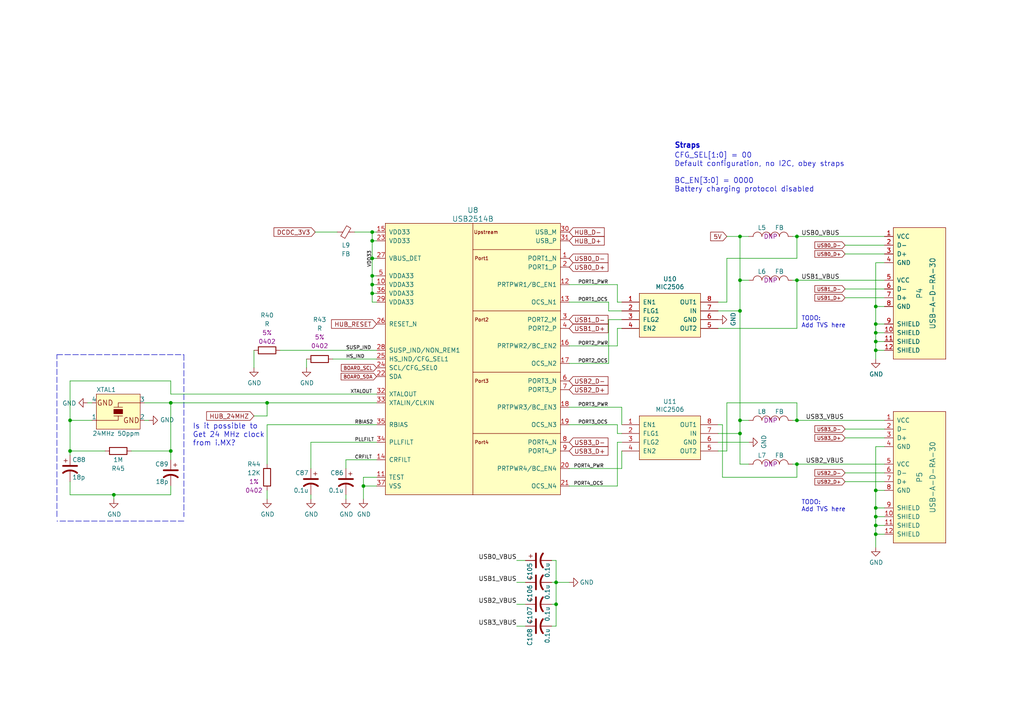
<source format=kicad_sch>
(kicad_sch (version 20211123) (generator eeschema)
  (paper "A4")
  (lib_symbols
    (symbol "Device:Ferrite_Bead_Small" (pin_numbers hide) (pin_names (offset 0))
      (property "Reference" "FB" (at 1.905 1.27 0))
      (property "Value" "Device_Ferrite_Bead_Small" (at 1.905 -1.27 0))
      (symbol "Ferrite_Bead_Small_0_1"
        (polyline (pts (xy 0 -1.27) (xy 0 -0.7874)))
        (polyline (pts (xy 0 0.889) (xy 0 1.2954)))
        (polyline (pts (xy -1.8288 0.2794) (xy -1.1176 1.4986) (xy 1.8288 -0.2032) (xy 1.1176 -1.4224) (xy -1.8288 0.2794)))
      )
      (symbol "Ferrite_Bead_Small_1_1"
        (pin passive line (at 0 2.54 270) (length 1.27) (name "~") (number "1"))
        (pin passive line (at 0 -2.54 90) (length 1.27) (name "~") (number "2"))
      )
    )
    (symbol "Device:R" (pin_numbers hide) (pin_names (offset 0))
      (property "Reference" "R" (at 2.032 0 90))
      (property "Value" "R" (at 0 0 90))
      (symbol "R_0_1"
        (rectangle (start -1.016 -2.54) (end 1.016 2.54) (stroke (width 0.254)))
      )
      (symbol "R_1_1"
        (pin passive line (at 0 3.81 270) (length 1.27) (name "~") (number "1"))
        (pin passive line (at 0 -3.81 90) (length 1.27) (name "~") (number "2"))
      )
    )
    (symbol "custom_components:MIC2506" (pin_names (offset 1.016))
      (property "Reference" "U" (at 0 0 0))
      (property "Value" "MIC2506" (at 0 0 0))
      (symbol "MIC2506_0_1"
        (rectangle (start -8.89 -1.27) (end 8.89 -13.97) (fill (type background)))
      )
      (symbol "MIC2506_1_1"
        (pin input line (at -13.97 -3.81 0) (length 5.08) (name "EN1") (number "1"))
        (pin output line (at -13.97 -6.35 0) (length 5.08) (name "FLG1") (number "2"))
        (pin output line (at -13.97 -8.89 0) (length 5.08) (name "FLG2") (number "3"))
        (pin input line (at -13.97 -11.43 0) (length 5.08) (name "EN2") (number "4"))
        (pin power_out line (at 13.97 -11.43 180) (length 5.08) (name "OUT2") (number "5"))
        (pin power_in line (at 13.97 -8.89 180) (length 5.08) (name "GND") (number "6"))
        (pin power_in line (at 13.97 -6.35 180) (length 5.08) (name "IN") (number "7"))
        (pin power_out line (at 13.97 -3.81 180) (length 5.08) (name "OUT1") (number "8"))
      )
    )
    (symbol "custom_components:USB-A-D-RA-30" (pin_names (offset 1.016))
      (property "Reference" "P" (at 0 0 90))
      (property "Value" "USB-A-D-RA-30" (at 3.81 0 90))
      (symbol "USB-A-D-RA-30_0_1"
        (rectangle (start -7.62 19.05) (end 7.62 -19.05) (fill (type background)))
        (rectangle (start 7.62 -19.05) (end 7.62 -19.05))
      )
      (symbol "USB-A-D-RA-30_1_1"
        (pin passive line (at -10.16 16.51 0) (length 2.54) (name "VCC") (number "1"))
        (pin passive line (at -10.16 -11.43 0) (length 2.54) (name "SHIELD") (number "10"))
        (pin passive line (at -10.16 -13.97 0) (length 2.54) (name "SHIELD") (number "11"))
        (pin passive line (at -10.16 -16.51 0) (length 2.54) (name "SHIELD") (number "12"))
        (pin passive line (at -10.16 13.97 0) (length 2.54) (name "D-") (number "2"))
        (pin passive line (at -10.16 11.43 0) (length 2.54) (name "D+") (number "3"))
        (pin passive line (at -10.16 8.89 0) (length 2.54) (name "GND") (number "4"))
        (pin passive line (at -10.16 3.81 0) (length 2.54) (name "VCC") (number "5"))
        (pin passive line (at -10.16 1.27 0) (length 2.54) (name "D-") (number "6"))
        (pin passive line (at -10.16 -1.27 0) (length 2.54) (name "D+") (number "7"))
        (pin passive line (at -10.16 -3.81 0) (length 2.54) (name "GND") (number "8"))
        (pin passive line (at -10.16 -8.89 0) (length 2.54) (name "SHIELD") (number "9"))
      )
    )
    (symbol "custom_components:USB2514B" (pin_names (offset 1.016))
      (property "Reference" "U" (at 0 1.27 0))
      (property "Value" "USB2514B" (at 0 -1.27 0))
      (symbol "USB2514B_0_0"
        (polyline (pts (xy 0 -81.28) (xy 0 -2.54)))
        (text "Port1" (at 2.54 -12.7 0) (effects (font (size 0.9906 0.9906))))
        (text "Port2" (at 2.54 -30.48 0) (effects (font (size 0.9906 0.9906))))
        (text "Port3" (at 2.54 -48.26 0) (effects (font (size 0.9906 0.9906))))
        (text "Port4" (at 2.54 -66.04 0) (effects (font (size 0.9906 0.9906))))
        (text "Upstream" (at 3.81 -5.08 0) (effects (font (size 0.9906 0.9906))))
      )
      (symbol "USB2514B_0_1"
        (polyline (pts (xy 25.4 -63.5) (xy 0 -63.5)))
        (polyline (pts (xy 25.4 -45.72) (xy 0 -45.72)))
        (polyline (pts (xy 25.4 -27.94) (xy 0 -27.94)))
        (polyline (pts (xy 25.4 -10.16) (xy 0 -10.16)))
        (rectangle (start 25.4 -2.54) (end -25.4 -81.28) (fill (type background)))
      )
      (symbol "USB2514B_1_1"
        (pin passive line (at 27.94 -12.7 180) (length 2.54) (name "PORT1_N") (number "1"))
        (pin passive line (at -27.94 -20.32 0) (length 2.54) (name "VDDA33") (number "10"))
        (pin passive line (at -27.94 -76.2 0) (length 2.54) (name "TEST") (number "11"))
        (pin passive line (at 27.94 -20.32 180) (length 2.54) (name "PRTPWR1/BC_EN1") (number "12"))
        (pin passive line (at 27.94 -25.4 180) (length 2.54) (name "OCS_N1") (number "13"))
        (pin passive line (at -27.94 -71.12 0) (length 2.54) (name "CRFILT") (number "14"))
        (pin passive line (at -27.94 -5.08 0) (length 2.54) (name "VDD33") (number "15"))
        (pin passive line (at 27.94 -38.1 180) (length 2.54) (name "PRTPWR2/BC_EN2") (number "16"))
        (pin passive line (at 27.94 -43.18 180) (length 2.54) (name "OCS_N2") (number "17"))
        (pin passive line (at 27.94 -55.88 180) (length 2.54) (name "PRTPWR3/BC_EN3") (number "18"))
        (pin passive line (at 27.94 -60.96 180) (length 2.54) (name "OCS_N3") (number "19"))
        (pin passive line (at 27.94 -15.24 180) (length 2.54) (name "PORT1_P") (number "2"))
        (pin passive line (at 27.94 -73.66 180) (length 2.54) (name "PRTPWR4/BC_EN4") (number "20"))
        (pin passive line (at 27.94 -78.74 180) (length 2.54) (name "OCS_N4") (number "21"))
        (pin passive line (at -27.94 -46.99 0) (length 2.54) (name "SDA") (number "22"))
        (pin passive line (at -27.94 -7.62 0) (length 2.54) (name "VDD33") (number "23"))
        (pin passive line (at -27.94 -44.45 0) (length 2.54) (name "SCL/CFG_SEL0") (number "24"))
        (pin passive line (at -27.94 -41.91 0) (length 2.54) (name "HS_IND/CFG_SEL1") (number "25"))
        (pin passive line (at -27.94 -31.75 0) (length 2.54) (name "RESET_N") (number "26"))
        (pin passive line (at -27.94 -12.7 0) (length 2.54) (name "VBUS_DET") (number "27"))
        (pin passive line (at -27.94 -39.37 0) (length 2.54) (name "SUSP_IND/NON_REM1") (number "28"))
        (pin passive line (at -27.94 -25.4 0) (length 2.54) (name "VDDA33") (number "29"))
        (pin passive line (at 27.94 -30.48 180) (length 2.54) (name "PORT2_M") (number "3"))
        (pin passive line (at 27.94 -5.08 180) (length 2.54) (name "USB_M") (number "30"))
        (pin passive line (at 27.94 -7.62 180) (length 2.54) (name "USB_P") (number "31"))
        (pin passive line (at -27.94 -52.07 0) (length 2.54) (name "XTALOUT") (number "32"))
        (pin passive line (at -27.94 -54.61 0) (length 2.54) (name "XTALIN/CLKIN") (number "33"))
        (pin passive line (at -27.94 -66.04 0) (length 2.54) (name "PLLFILT") (number "34"))
        (pin passive line (at -27.94 -60.96 0) (length 2.54) (name "RBIAS") (number "35"))
        (pin passive line (at -27.94 -22.86 0) (length 2.54) (name "VDDA33") (number "36"))
        (pin passive line (at -27.94 -78.74 0) (length 2.54) (name "VSS") (number "37"))
        (pin passive line (at 27.94 -33.02 180) (length 2.54) (name "PORT2_P") (number "4"))
        (pin passive line (at -27.94 -17.78 0) (length 2.54) (name "VDDA33") (number "5"))
        (pin passive line (at 27.94 -48.26 180) (length 2.54) (name "PORT3_N") (number "6"))
        (pin passive line (at 27.94 -50.8 180) (length 2.54) (name "PORT3_P") (number "7"))
        (pin passive line (at 27.94 -66.04 180) (length 2.54) (name "PORT4_N") (number "8"))
        (pin passive line (at 27.94 -68.58 180) (length 2.54) (name "PORT4_P") (number "9"))
      )
    )
    (symbol "custom_components:XTAL" (pin_numbers hide) (pin_names (offset 0))
      (property "Reference" "XTAL" (at -6.35 6.35 0))
      (property "Value" "XTAL" (at 6.35 -6.35 0))
      (symbol "XTAL_0_0"
        (text "GND" (at -3.81 2.54 0) (effects (font (size 1.524 1.524))))
        (text "GND" (at 3.81 -2.54 0) (effects (font (size 1.524 1.524))))
      )
      (symbol "XTAL_0_1"
        (rectangle (start -1.27 -0.635) (end 1.27 0.635) (fill (type outline)))
        (polyline (pts (xy 0 -1.27) (xy -1.27 -1.27)))
        (polyline (pts (xy 0 1.27) (xy -1.27 1.27)))
        (polyline (pts (xy -6.35 -2.54) (xy 0 -2.54) (xy 0 -1.27) (xy 1.27 -1.27)))
        (polyline (pts (xy 6.35 2.54) (xy 0 2.54) (xy 0 1.27) (xy 1.27 1.27)))
        (rectangle (start 6.35 5.08) (end -6.35 -5.08) (fill (type background)))
      )
      (symbol "XTAL_1_1"
        (pin passive line (at -7.62 -2.54 0) (length 1.27) (name "1") (number "1"))
        (pin passive line (at 7.62 -2.54 180) (length 1.27) (name "2") (number "2"))
        (pin passive line (at 7.62 2.54 180) (length 1.27) (name "3") (number "3"))
        (pin passive line (at -7.62 2.54 0) (length 1.27) (name "4") (number "4"))
      )
    )
    (symbol "nano-rescue:CP1" (pin_numbers hide) (pin_names (offset 0.254) hide)
      (property "Reference" "C" (at 0.635 2.54 0))
      (property "Value" "CP1" (at 0.635 -2.54 0))
      (symbol "CP1_0_1"
        (polyline (pts (xy -2.032 0.762) (xy 2.032 0.762)) (stroke (width 0.508)))
        (polyline (pts (xy -1.778 2.286) (xy -0.762 2.286)))
        (polyline (pts (xy -1.27 1.778) (xy -1.27 2.794)))
        (arc (start 2.032 -1.27) (mid 0 -0.5572) (end -2.032 -1.27) (stroke (width 0.508)))
      )
      (symbol "CP1_1_1"
        (pin passive line (at 0 3.81 270) (length 2.794) (name "~") (number "1"))
        (pin passive line (at 0 -3.81 90) (length 3.302) (name "~") (number "2"))
      )
    )
    (symbol "nano-rescue:INDUCTOR_SMALL" (pin_numbers hide) (pin_names (offset 0) hide)
      (property "Reference" "L" (at 0 2.54 0))
      (property "Value" "INDUCTOR_SMALL" (at 0 -1.27 0))
      (symbol "INDUCTOR_SMALL_0_1"
        (arc (start -2.54 0) (mid -3.81 1.27) (end -5.08 0))
        (arc (start 0 0) (mid -1.27 1.27) (end -2.54 0))
        (arc (start 2.54 0) (mid 1.27 1.27) (end 0 0))
        (arc (start 5.08 0) (mid 3.81 1.27) (end 2.54 0))
      )
      (symbol "INDUCTOR_SMALL_1_1"
        (pin input line (at -6.35 0 0) (length 1.27) (name "1") (number "1"))
        (pin input line (at 6.35 0 180) (length 1.27) (name "2") (number "2"))
      )
    )
    (symbol "nano-rescue:R" (pin_numbers hide) (pin_names (offset 0))
      (property "Reference" "R" (at 2.032 0 90))
      (property "Value" "R" (at 0 0 90))
      (symbol "R_0_1"
        (rectangle (start -1.016 -2.54) (end 1.016 2.54) (stroke (width 0.254)))
      )
      (symbol "R_1_1"
        (pin passive line (at 0 3.81 270) (length 1.27) (name "~") (number "1"))
        (pin passive line (at 0 -3.81 90) (length 1.27) (name "~") (number "2"))
      )
    )
    (symbol "power:GND" (power) (pin_names (offset 0))
      (property "Value" "GND" (at 0 -3.81 0))
      (symbol "GND_0_1"
        (polyline (pts (xy 0 0) (xy 0 -1.27) (xy 1.27 -1.27) (xy 0 -2.54) (xy -1.27 -1.27) (xy 0 -1.27)))
      )
      (symbol "GND_1_1"
        (pin power_in line (at 0 0 270) (length 0) hide (name "GND") (number "1"))
      )
    )
  )
  (junction (at 214.63 81.28))
  (junction (at 107.95 74.93))
  (junction (at 254 149.86))
  (junction (at 161.29 168.91))
  (junction (at 231.14 134.62))
  (junction (at 20.32 121.92))
  (junction (at 33.02 143.51))
  (junction (at 105.41 140.97))
  (junction (at 254 88.9))
  (junction (at 49.53 130.81))
  (junction (at 107.95 85.09))
  (junction (at 107.95 80.01))
  (junction (at 231.14 68.58))
  (junction (at 254 152.4))
  (junction (at 107.95 67.31))
  (junction (at 254 142.24))
  (junction (at 254 101.6))
  (junction (at 254 147.32))
  (junction (at 214.63 125.73))
  (junction (at 231.14 121.92))
  (junction (at 254 93.98))
  (junction (at 231.14 81.28))
  (junction (at 20.32 130.81))
  (junction (at 107.95 82.55))
  (junction (at 214.63 68.58))
  (junction (at 77.47 116.84))
  (junction (at 254 96.52))
  (junction (at 254 99.06))
  (junction (at 161.29 175.26))
  (junction (at 214.63 90.17))
  (junction (at 107.95 69.85))
  (junction (at 214.63 121.92))
  (junction (at 49.53 116.84))
  (junction (at 254 154.94))
  (wire (pts (xy 254 147.32) (xy 254 142.24)))
  (wire (pts (xy 254 149.86) (xy 254 147.32)))
  (wire (pts (xy 161.29 168.91) (xy 161.29 162.56)))
  (wire (pts (xy 105.41 140.97) (xy 105.41 138.43)))
  (wire (pts (xy 210.82 130.81) (xy 208.28 130.81)))
  (wire (pts (xy 231.14 116.84) (xy 210.82 116.84)))
  (wire (pts (xy 109.22 140.97) (xy 105.41 140.97)))
  (wire (pts (xy 229.87 134.62) (xy 231.14 134.62)))
  (wire (pts (xy 245.11 86.36) (xy 256.54 86.36)))
  (wire (pts (xy 88.9 104.14) (xy 88.9 106.68)))
  (wire (pts (xy 245.11 137.16) (xy 256.54 137.16)))
  (wire (pts (xy 254 96.52) (xy 256.54 96.52)))
  (wire (pts (xy 38.1 130.81) (xy 49.53 130.81)))
  (wire (pts (xy 73.66 120.65) (xy 77.47 120.65)))
  (wire (pts (xy 231.14 138.43) (xy 209.55 138.43)))
  (wire (pts (xy 49.53 116.84) (xy 49.53 130.81)))
  (wire (pts (xy 245.11 83.82) (xy 256.54 83.82)))
  (wire (pts (xy 96.52 104.14) (xy 109.22 104.14)))
  (wire (pts (xy 90.17 135.89) (xy 90.17 128.27)))
  (wire (pts (xy 49.53 130.81) (xy 49.53 133.35)))
  (wire (pts (xy 229.87 81.28) (xy 231.14 81.28)))
  (wire (pts (xy 109.22 74.93) (xy 107.95 74.93)))
  (wire (pts (xy 231.14 121.92) (xy 256.54 121.92)))
  (wire (pts (xy 254 152.4) (xy 254 149.86)))
  (wire (pts (xy 161.29 181.61) (xy 161.29 175.26)))
  (wire (pts (xy 90.17 128.27) (xy 109.22 128.27)))
  (wire (pts (xy 20.32 130.81) (xy 20.32 132.08)))
  (wire (pts (xy 254 101.6) (xy 254 104.14)))
  (wire (pts (xy 209.55 123.19) (xy 208.28 123.19)))
  (wire (pts (xy 107.95 80.01) (xy 107.95 82.55)))
  (wire (pts (xy 161.29 168.91) (xy 165.1 168.91)))
  (wire (pts (xy 100.33 143.51) (xy 100.33 144.78)))
  (wire (pts (xy 254 142.24) (xy 256.54 142.24)))
  (wire (pts (xy 20.32 110.49) (xy 20.32 121.92)))
  (wire (pts (xy 30.48 130.81) (xy 20.32 130.81)))
  (wire (pts (xy 254 76.2) (xy 254 88.9)))
  (wire (pts (xy 180.34 118.11) (xy 180.34 123.19)))
  (wire (pts (xy 109.22 85.09) (xy 107.95 85.09)))
  (wire (pts (xy 214.63 81.28) (xy 214.63 90.17)))
  (wire (pts (xy 179.07 87.63) (xy 180.34 87.63)))
  (wire (pts (xy 107.95 67.31) (xy 107.95 69.85)))
  (wire (pts (xy 254 101.6) (xy 256.54 101.6)))
  (wire (pts (xy 161.29 162.56) (xy 160.02 162.56)))
  (wire (pts (xy 73.66 101.6) (xy 73.66 106.68)))
  (wire (pts (xy 165.1 123.19) (xy 179.07 123.19)))
  (wire (pts (xy 49.53 110.49) (xy 20.32 110.49)))
  (wire (pts (xy 254 142.24) (xy 254 129.54)))
  (wire (pts (xy 210.82 116.84) (xy 210.82 130.81)))
  (wire (pts (xy 209.55 123.19) (xy 209.55 138.43)))
  (wire (pts (xy 100.33 133.35) (xy 109.22 133.35)))
  (wire (pts (xy 107.95 74.93) (xy 107.95 69.85)))
  (wire (pts (xy 176.53 87.63) (xy 165.1 87.63)))
  (wire (pts (xy 231.14 74.93) (xy 210.82 74.93)))
  (wire (pts (xy 245.11 139.7) (xy 256.54 139.7)))
  (wire (pts (xy 245.11 73.66) (xy 256.54 73.66)))
  (polyline (pts (xy 16.51 149.86) (xy 16.51 102.87)))
  (wire (pts (xy 179.07 95.25) (xy 179.07 100.33)))
  (wire (pts (xy 254 152.4) (xy 256.54 152.4)))
  (wire (pts (xy 229.87 68.58) (xy 231.14 68.58)))
  (wire (pts (xy 254 154.94) (xy 254 152.4)))
  (wire (pts (xy 81.28 101.6) (xy 109.22 101.6)))
  (wire (pts (xy 152.4 181.61) (xy 149.86 181.61)))
  (wire (pts (xy 210.82 74.93) (xy 210.82 87.63)))
  (wire (pts (xy 256.54 149.86) (xy 254 149.86)))
  (wire (pts (xy 107.95 67.31) (xy 109.22 67.31)))
  (wire (pts (xy 245.11 71.12) (xy 256.54 71.12)))
  (wire (pts (xy 254 101.6) (xy 254 99.06)))
  (wire (pts (xy 254 147.32) (xy 256.54 147.32)))
  (wire (pts (xy 20.32 121.92) (xy 20.32 130.81)))
  (wire (pts (xy 49.53 114.3) (xy 49.53 110.49)))
  (wire (pts (xy 231.14 81.28) (xy 256.54 81.28)))
  (wire (pts (xy 254 88.9) (xy 254 93.98)))
  (wire (pts (xy 208.28 125.73) (xy 214.63 125.73)))
  (wire (pts (xy 214.63 121.92) (xy 214.63 125.73)))
  (wire (pts (xy 214.63 81.28) (xy 217.17 81.28)))
  (wire (pts (xy 165.1 82.55) (xy 179.07 82.55)))
  (wire (pts (xy 20.32 139.7) (xy 20.32 143.51)))
  (wire (pts (xy 41.91 121.92) (xy 43.18 121.92)))
  (wire (pts (xy 107.95 69.85) (xy 109.22 69.85)))
  (wire (pts (xy 231.14 95.25) (xy 208.28 95.25)))
  (wire (pts (xy 208.28 90.17) (xy 214.63 90.17)))
  (wire (pts (xy 180.34 95.25) (xy 179.07 95.25)))
  (wire (pts (xy 254 129.54) (xy 256.54 129.54)))
  (wire (pts (xy 254 96.52) (xy 254 93.98)))
  (wire (pts (xy 180.34 128.27) (xy 179.07 128.27)))
  (wire (pts (xy 105.41 138.43) (xy 109.22 138.43)))
  (wire (pts (xy 165.1 140.97) (xy 179.07 140.97)))
  (wire (pts (xy 41.91 116.84) (xy 49.53 116.84)))
  (wire (pts (xy 77.47 120.65) (xy 77.47 116.84)))
  (wire (pts (xy 210.82 87.63) (xy 208.28 87.63)))
  (polyline (pts (xy 53.34 102.87) (xy 53.34 149.86)))
  (wire (pts (xy 105.41 144.78) (xy 105.41 140.97)))
  (wire (pts (xy 165.1 118.11) (xy 180.34 118.11)))
  (wire (pts (xy 256.54 88.9) (xy 254 88.9)))
  (wire (pts (xy 33.02 144.78) (xy 33.02 143.51)))
  (wire (pts (xy 49.53 143.51) (xy 49.53 140.97)))
  (wire (pts (xy 100.33 135.89) (xy 100.33 133.35)))
  (wire (pts (xy 231.14 134.62) (xy 256.54 134.62)))
  (wire (pts (xy 210.82 68.58) (xy 214.63 68.58)))
  (wire (pts (xy 179.07 125.73) (xy 179.07 123.19)))
  (wire (pts (xy 77.47 123.19) (xy 109.22 123.19)))
  (wire (pts (xy 245.11 127) (xy 256.54 127)))
  (wire (pts (xy 231.14 134.62) (xy 231.14 138.43)))
  (wire (pts (xy 165.1 135.89) (xy 180.34 135.89)))
  (wire (pts (xy 107.95 85.09) (xy 107.95 87.63)))
  (wire (pts (xy 245.11 124.46) (xy 256.54 124.46)))
  (wire (pts (xy 33.02 143.51) (xy 49.53 143.51)))
  (wire (pts (xy 165.1 105.41) (xy 176.53 105.41)))
  (wire (pts (xy 161.29 181.61) (xy 160.02 181.61)))
  (wire (pts (xy 180.34 130.81) (xy 180.34 135.89)))
  (wire (pts (xy 214.63 121.92) (xy 217.17 121.92)))
  (wire (pts (xy 231.14 121.92) (xy 231.14 116.84)))
  (wire (pts (xy 180.34 125.73) (xy 179.07 125.73)))
  (wire (pts (xy 107.95 82.55) (xy 107.95 85.09)))
  (wire (pts (xy 254 158.75) (xy 254 154.94)))
  (wire (pts (xy 214.63 125.73) (xy 214.63 134.62)))
  (wire (pts (xy 256.54 76.2) (xy 254 76.2)))
  (wire (pts (xy 49.53 114.3) (xy 109.22 114.3)))
  (wire (pts (xy 109.22 80.01) (xy 107.95 80.01)))
  (wire (pts (xy 160.02 175.26) (xy 161.29 175.26)))
  (wire (pts (xy 256.54 154.94) (xy 254 154.94)))
  (wire (pts (xy 176.53 92.71) (xy 180.34 92.71)))
  (wire (pts (xy 256.54 99.06) (xy 254 99.06)))
  (wire (pts (xy 77.47 142.24) (xy 77.47 144.78)))
  (wire (pts (xy 152.4 162.56) (xy 149.86 162.56)))
  (wire (pts (xy 254 99.06) (xy 254 96.52)))
  (wire (pts (xy 77.47 116.84) (xy 109.22 116.84)))
  (wire (pts (xy 152.4 168.91) (xy 149.86 168.91)))
  (wire (pts (xy 152.4 175.26) (xy 149.86 175.26)))
  (wire (pts (xy 107.95 82.55) (xy 109.22 82.55)))
  (polyline (pts (xy 53.34 151.13) (xy 16.51 151.13)))
  (wire (pts (xy 179.07 82.55) (xy 179.07 87.63)))
  (wire (pts (xy 254 93.98) (xy 256.54 93.98)))
  (wire (pts (xy 214.63 90.17) (xy 214.63 121.92)))
  (wire (pts (xy 180.34 90.17) (xy 176.53 90.17)))
  (wire (pts (xy 176.53 90.17) (xy 176.53 87.63)))
  (polyline (pts (xy 16.51 102.87) (xy 53.34 102.87)))
  (wire (pts (xy 20.32 121.92) (xy 26.67 121.92)))
  (wire (pts (xy 214.63 134.62) (xy 217.17 134.62)))
  (wire (pts (xy 231.14 68.58) (xy 256.54 68.58)))
  (wire (pts (xy 91.44 67.31) (xy 97.79 67.31)))
  (wire (pts (xy 214.63 68.58) (xy 214.63 81.28)))
  (wire (pts (xy 25.4 116.84) (xy 26.67 116.84)))
  (wire (pts (xy 20.32 143.51) (xy 33.02 143.51)))
  (wire (pts (xy 231.14 68.58) (xy 231.14 74.93)))
  (wire (pts (xy 107.95 87.63) (xy 109.22 87.63)))
  (wire (pts (xy 179.07 100.33) (xy 165.1 100.33)))
  (wire (pts (xy 90.17 143.51) (xy 90.17 144.78)))
  (wire (pts (xy 208.28 128.27) (xy 217.17 128.27)))
  (wire (pts (xy 102.87 67.31) (xy 107.95 67.31)))
  (wire (pts (xy 231.14 81.28) (xy 231.14 95.25)))
  (wire (pts (xy 107.95 74.93) (xy 107.95 80.01)))
  (wire (pts (xy 214.63 68.58) (xy 217.17 68.58)))
  (wire (pts (xy 179.07 128.27) (xy 179.07 140.97)))
  (wire (pts (xy 176.53 105.41) (xy 176.53 92.71)))
  (wire (pts (xy 161.29 175.26) (xy 161.29 168.91)))
  (wire (pts (xy 77.47 134.62) (xy 77.47 123.19)))
  (wire (pts (xy 49.53 116.84) (xy 77.47 116.84)))
  (wire (pts (xy 229.87 121.92) (xy 231.14 121.92)))
  (wire (pts (xy 161.29 168.91) (xy 160.02 168.91)))
  (text "TODO:\nAdd TVS here" (at 232.41 95.25 0) (effects (font (size 1.27 1.27)) (justify left bottom)))
  (text "CFG_SEL[1:0] = 00\nDefault configuration, no I2C, obey straps\n\nBC_EN[3:0] = 0000\nBattery charging protocol disabled" (at 195.58 55.88 0) (effects (font (size 1.524 1.524)) (justify left bottom)))
  (text "TODO:\nAdd TVS here" (at 232.41 148.59 0) (effects (font (size 1.27 1.27)) (justify left bottom)))
  (text "Straps" (at 195.58 43.18 0) (effects (font (size 1.524 1.524) (thickness 0.3048) bold) (justify left bottom)))
  (text "Is it possible to\nGet 24 MHz clock \nfrom i.MX?" (at 55.88 129.54 0) (effects (font (size 1.524 1.524)) (justify left bottom)))
  (label "RBIAS2" (at 102.87 123.19 0) (effects (font (size 0.9906 0.9906))))
  (label "HS_IND" (at 100.33 104.14 0) (effects (font (size 0.9906 0.9906))))
  (label "USB0_VBUS" (at 232.41 68.58 0))
  (label "USB1_VBUS" (at 232.41 81.28 0))
  (label "USB3_VBUS" (at 233.68 121.92 0))
  (label "PORT3_OCS" (at 167.64 123.19 0) (effects (font (size 0.9906 0.9906))))
  (label "SUSP_IND" (at 100.33 101.6 0) (effects (font (size 0.9906 0.9906))))
  (label "USB0_VBUS" (at 149.86 162.56 180))
  (label "PORT1_PWR" (at 167.64 82.55 0) (effects (font (size 0.9906 0.9906))))
  (label "USB1_VBUS" (at 149.86 168.91 180))
  (label "PORT4_PWR" (at 166.37 135.89 0) (effects (font (size 0.9906 0.9906))))
  (label "PORT2_PWR" (at 167.64 100.33 0) (effects (font (size 0.9906 0.9906))))
  (label "USB2_VBUS" (at 149.86 175.26 180))
  (label "PORT4_OCS" (at 166.37 140.97 0) (effects (font (size 0.9906 0.9906))))
  (label "XTALOUT" (at 101.6 114.3 0) (effects (font (size 0.9906 0.9906))))
  (label "PORT3_PWR" (at 167.64 118.11 0) (effects (font (size 0.9906 0.9906))))
  (label "PORT1_OCS" (at 167.64 87.63 0) (effects (font (size 0.9906 0.9906))))
  (label "USB3_VBUS" (at 149.86 181.61 180))
  (label "PORT2_OCS" (at 167.64 105.41 0) (effects (font (size 0.9906 0.9906))))
  (label "VDD33" (at 107.95 77.47 90) (effects (font (size 0.9906 0.9906))))
  (label "CRFILT" (at 102.87 133.35 0) (effects (font (size 0.9906 0.9906))))
  (label "PLLFILT" (at 102.87 128.27 0) (effects (font (size 0.9906 0.9906))))
  (label "USB2_VBUS" (at 233.68 134.62 0))
  (global_label "USB2_D-" (shape input) (at 245.11 137.16 180) (effects (font (size 0.9906 0.9906))) (property "Intersheet References" "${INTERSHEET_REFS}" (effects hide)))
  (global_label "USB2_D+" (shape input) (at 165.1 113.03 0) (property "Intersheet References" "${INTERSHEET_REFS}" (effects hide)))
  (global_label "HUB_D-" (shape input) (at 165.1 67.31 0) (property "Intersheet References" "${INTERSHEET_REFS}" (effects hide)))
  (global_label "USB2_D-" (shape input) (at 165.1 110.49 0) (property "Intersheet References" "${INTERSHEET_REFS}" (effects hide)))
  (global_label "5V" (shape input) (at 210.82 68.58 180) (property "Intersheet References" "${INTERSHEET_REFS}" (effects hide)))
  (global_label "USB1_D+" (shape input) (at 245.11 86.36 180) (effects (font (size 0.9906 0.9906))) (property "Intersheet References" "${INTERSHEET_REFS}" (effects hide)))
  (global_label "USB2_D+" (shape input) (at 245.11 139.7 180) (effects (font (size 0.9906 0.9906))) (property "Intersheet References" "${INTERSHEET_REFS}" (effects hide)))
  (global_label "BOARD_SCL" (shape input) (at 109.22 106.68 180) (effects (font (size 0.9906 0.9906))) (property "Intersheet References" "${INTERSHEET_REFS}" (effects hide)))
  (global_label "BOARD_SDA" (shape input) (at 109.22 109.22 180) (effects (font (size 0.9906 0.9906))) (property "Intersheet References" "${INTERSHEET_REFS}" (effects hide)))
  (global_label "USB0_D-" (shape input) (at 165.1 74.93 0) (property "Intersheet References" "${INTERSHEET_REFS}" (effects hide)))
  (global_label "USB3_D-" (shape input) (at 165.1 128.27 0) (property "Intersheet References" "${INTERSHEET_REFS}" (effects hide)))
  (global_label "HUB_24MHZ" (shape input) (at 73.66 120.65 180) (property "Intersheet References" "${INTERSHEET_REFS}" (effects hide)))
  (global_label "USB0_D-" (shape input) (at 245.11 71.12 180) (effects (font (size 0.9906 0.9906))) (property "Intersheet References" "${INTERSHEET_REFS}" (effects hide)))
  (global_label "USB3_D+" (shape input) (at 245.11 127 180) (effects (font (size 0.9906 0.9906))) (property "Intersheet References" "${INTERSHEET_REFS}" (effects hide)))
  (global_label "USB3_D-" (shape input) (at 245.11 124.46 180) (effects (font (size 0.9906 0.9906))) (property "Intersheet References" "${INTERSHEET_REFS}" (effects hide)))
  (global_label "USB0_D+" (shape input) (at 245.11 73.66 180) (effects (font (size 0.9906 0.9906))) (property "Intersheet References" "${INTERSHEET_REFS}" (effects hide)))
  (global_label "USB1_D-" (shape input) (at 245.11 83.82 180) (effects (font (size 0.9906 0.9906))) (property "Intersheet References" "${INTERSHEET_REFS}" (effects hide)))
  (global_label "USB1_D-" (shape input) (at 165.1 92.71 0) (property "Intersheet References" "${INTERSHEET_REFS}" (effects hide)))
  (global_label "DCDC_3V3" (shape input) (at 91.44 67.31 180) (property "Intersheet References" "${INTERSHEET_REFS}" (effects hide)))
  (global_label "USB1_D+" (shape input) (at 165.1 95.25 0) (property "Intersheet References" "${INTERSHEET_REFS}" (effects hide)))
  (global_label "HUB_D+" (shape input) (at 165.1 69.85 0) (property "Intersheet References" "${INTERSHEET_REFS}" (effects hide)))
  (global_label "USB0_D+" (shape input) (at 165.1 77.47 0) (property "Intersheet References" "${INTERSHEET_REFS}" (effects hide)))
  (global_label "USB3_D+" (shape input) (at 165.1 130.81 0) (property "Intersheet References" "${INTERSHEET_REFS}" (effects hide)))
  (global_label "HUB_RESET" (shape input) (at 109.22 93.98 180) (property "Intersheet References" "${INTERSHEET_REFS}" (effects hide)))
  (symbol (lib_id "custom_components:XTAL") (at 34.29 119.38 0) (unit 1)
    (property "Reference" "XTAL1" (at 27.94 113.03 0) (effects (justify left)))
    (property "Value" "24MHz 50ppm" (at 40.64 125.73 0) (effects (justify right)))
    (property "Footprint" "Oscillator:Oscillator_SMD_EuroQuartz_XO32-4Pin_3.2x2.5mm" (effects hide))
  )
  (symbol (lib_id "nano-rescue:CP1") (at 49.53 137.16 0) (mirror y)
    (property "Reference" "C89" (at 48.895 134.62 0) (effects (justify left)))
    (property "Value" "18p" (at 48.895 139.7 0) (effects (justify left)))
    (property "Footprint" "Custom Components:C_0402_narrow" (effects hide))
  )
  (symbol (lib_id "nano-rescue:CP1") (at 20.32 135.89 0)
    (property "Reference" "C88" (at 20.955 133.35 0) (effects (justify left)))
    (property "Value" "18p" (at 20.955 138.43 0) (effects (justify left)))
    (property "Footprint" "Custom Components:C_0402_narrow" (effects hide))
  )
  (symbol (lib_id "nano-rescue:R") (at 34.29 130.81 270) (mirror x)
    (property "Reference" "R45" (at 34.29 135.89 90))
    (property "Value" "1M" (at 34.29 133.35 90))
    (property "Footprint" "Custom Components:R_0402_narrow" (effects hide))
  )
  (symbol (lib_id "nano-rescue:CP1") (at 90.17 139.7 0) (mirror y)
    (property "Reference" "C87" (at 89.535 137.16 0) (effects (justify left)))
    (property "Value" "0.1u" (at 89.535 142.24 0) (effects (justify left)))
    (property "Footprint" "Custom Components:C_0402_narrow" (effects hide))
  )
  (symbol (lib_id "nano-rescue:CP1") (at 100.33 139.7 0) (mirror y)
    (property "Reference" "C86" (at 99.695 137.16 0) (effects (justify left)))
    (property "Value" "0.1u" (at 99.695 142.24 0) (effects (justify left)))
    (property "Footprint" "Custom Components:C_0402_narrow" (effects hide))
  )
  (symbol (lib_id "custom_components:USB2514B") (at 137.16 62.23 0) (unit 1)
    (property "Reference" "U8" (at 137.16 60.96 0) (effects (font (size 1.524 1.524))))
    (property "Value" "USB2514B" (at 137.16 63.5 0) (effects (font (size 1.524 1.524))))
    (property "Footprint" "Package_DFN_QFN:QFN-36-1EP_6x6mm_P0.5mm_EP3.7x3.7mm_ThermalVias" (effects hide))
  )
  (symbol (lib_id "Device:R") (at 77.47 101.6 90)
    (property "Reference" "R40" (at 77.47 91.44 90))
    (property "Value" "R" (at 77.47 93.98 90))
    (property "Footprint" "Custom Components:R_0402_narrow" (effects hide))
    (property "Tolerance" "5%" (at 77.47 96.52 90))
    (property "SMD Size" "0402" (at 77.47 99.06 90))
  )
  (symbol (lib_id "power:GND") (at 33.02 144.78 0) (unit 1)
    (property "Reference" "#PWR084" (effects hide))
    (property "Value" "GND" (at 33.147 149.1742 0))
  )
  (symbol (lib_id "power:GND") (at 25.4 116.84 270) (unit 1)
    (property "Reference" "#PWR079" (effects hide))
    (property "Value" "GND" (at 22.1488 116.967 90) (effects (justify right)))
  )
  (symbol (lib_id "power:GND") (at 43.18 121.92 90) (unit 1)
    (property "Reference" "#PWR080" (effects hide))
    (property "Value" "GND" (at 46.4312 121.793 90) (effects (justify right)))
  )
  (symbol (lib_id "custom_components:USB-A-D-RA-30") (at 266.7 85.09 0)
    (property "Reference" "P4" (at 266.7 85.09 90) (effects (font (size 1.524 1.524))))
    (property "Value" "USB-A-D-RA-30" (at 270.51 85.09 90) (effects (font (size 1.524 1.524))))
    (property "Footprint" "Custom Components:USB-A-D-RA-30" (effects hide))
  )
  (symbol (lib_id "custom_components:USB-A-D-RA-30") (at 266.7 138.43 0)
    (property "Reference" "P5" (at 266.7 138.43 90) (effects (font (size 1.524 1.524))))
    (property "Value" "USB-A-D-RA-30" (at 270.51 138.43 90) (effects (font (size 1.524 1.524))))
    (property "Footprint" "Custom Components:USB-A-D-RA-30" (effects hide))
  )
  (symbol (lib_id "nano-rescue:INDUCTOR_SMALL") (at 223.52 68.58 0)
    (property "Reference" "L5" (at 220.98 66.04 0))
    (property "Value" "FB" (at 226.06 66.04 0))
    (property "Footprint" "Custom Components:L_0805_narrow" (effects hide))
    (property "DNP" "DNP" (at 223.52 68.58 0))
  )
  (symbol (lib_id "nano-rescue:INDUCTOR_SMALL") (at 223.52 81.28 0)
    (property "Reference" "L6" (at 220.98 78.74 0))
    (property "Value" "FB" (at 226.06 78.74 0))
    (property "Footprint" "Custom Components:L_0805_narrow" (effects hide))
    (property "DNP" "DNP" (at 223.52 81.28 0))
  )
  (symbol (lib_id "nano-rescue:INDUCTOR_SMALL") (at 223.52 134.62 0)
    (property "Reference" "L7" (at 220.98 132.08 0))
    (property "Value" "FB" (at 226.06 132.08 0))
    (property "Footprint" "Custom Components:L_0805_narrow" (effects hide))
    (property "DNP" "DNP" (at 223.52 134.62 0))
  )
  (symbol (lib_id "nano-rescue:INDUCTOR_SMALL") (at 223.52 121.92 0)
    (property "Reference" "L8" (at 220.98 119.38 0))
    (property "Value" "FB" (at 226.06 119.38 0))
    (property "Footprint" "Custom Components:L_0805_narrow" (effects hide))
    (property "DNP" "DNP" (at 223.52 121.92 0))
  )
  (symbol (lib_id "power:GND") (at 254 104.14 0)
    (property "Reference" "#PWR081" (effects hide))
    (property "Value" "GND" (at 254.127 108.5342 0))
  )
  (symbol (lib_id "power:GND") (at 254 158.75 0)
    (property "Reference" "#PWR085" (effects hide))
    (property "Value" "GND" (at 254.127 163.1442 0))
  )
  (symbol (lib_id "nano-rescue:CP1") (at 156.21 181.61 90) (mirror x)
    (property "Reference" "C108" (at 153.67 182.245 0) (effects (justify left)))
    (property "Value" "0.1u" (at 158.75 182.245 0) (effects (justify left)))
    (property "Footprint" "Custom Components:C_0402_narrow" (effects hide))
  )
  (symbol (lib_id "nano-rescue:CP1") (at 156.21 175.26 90) (mirror x)
    (property "Reference" "C107" (at 153.67 175.895 0) (effects (justify left)))
    (property "Value" "0.1u" (at 158.75 175.895 0) (effects (justify left)))
    (property "Footprint" "Custom Components:C_0402_narrow" (effects hide))
  )
  (symbol (lib_id "nano-rescue:CP1") (at 156.21 168.91 90) (mirror x)
    (property "Reference" "C106" (at 153.67 169.545 0) (effects (justify left)))
    (property "Value" "0.1u" (at 158.75 169.545 0) (effects (justify left)))
    (property "Footprint" "Custom Components:C_0402_narrow" (effects hide))
  )
  (symbol (lib_id "nano-rescue:CP1") (at 156.21 162.56 90) (mirror x)
    (property "Reference" "C105" (at 153.67 163.195 0) (effects (justify left)))
    (property "Value" "0.1u" (at 158.75 163.195 0) (effects (justify left)))
    (property "Footprint" "Custom Components:C_0402_narrow" (effects hide))
  )
  (symbol (lib_id "power:GND") (at 165.1 168.91 90)
    (property "Reference" "#PWR086" (effects hide))
    (property "Value" "GND" (at 170.18 168.91 90))
  )
  (symbol (lib_id "power:GND") (at 105.41 144.78 0) (unit 1)
    (property "Reference" "#PWR0107" (effects hide))
    (property "Value" "GND" (at 105.537 149.1742 0))
  )
  (symbol (lib_id "power:GND") (at 100.33 144.78 0) (unit 1)
    (property "Reference" "#PWR0108" (effects hide))
    (property "Value" "GND" (at 100.457 149.1742 0))
  )
  (symbol (lib_id "power:GND") (at 90.17 144.78 0) (unit 1)
    (property "Reference" "#PWR0109" (effects hide))
    (property "Value" "GND" (at 90.297 149.1742 0))
  )
  (symbol (lib_id "power:GND") (at 77.47 144.78 0) (unit 1)
    (property "Reference" "#PWR0110" (effects hide))
    (property "Value" "GND" (at 77.597 149.1742 0))
  )
  (symbol (lib_id "power:GND") (at 73.66 106.68 0) (unit 1)
    (property "Reference" "#PWR0111" (effects hide))
    (property "Value" "GND" (at 73.787 111.0742 0))
  )
  (symbol (lib_id "power:GND") (at 88.9 106.68 0) (unit 1)
    (property "Reference" "#PWR0112" (effects hide))
    (property "Value" "GND" (at 89.027 111.0742 0))
  )
  (symbol (lib_id "Device:Ferrite_Bead_Small") (at 100.33 67.31 90)
    (property "Reference" "L9" (at 100.33 71.12 90))
    (property "Value" "FB" (at 100.33 73.66 90))
    (property "Footprint" "Custom Components:L_0805_narrow" (effects hide))
  )
  (symbol (lib_id "Device:R") (at 92.71 104.14 90)
    (property "Reference" "R43" (at 92.71 92.71 90))
    (property "Value" "R" (at 92.71 95.25 90))
    (property "Footprint" "Custom Components:R_0402_narrow" (effects hide))
    (property "Tolerance" "5%" (at 92.71 97.79 90))
    (property "SMD Size" "0402" (at 92.71 100.33 90))
  )
  (symbol (lib_id "Device:R") (at 77.47 138.43 180)
    (property "Reference" "R44" (at 73.66 134.62 0))
    (property "Value" "12K" (at 73.66 137.16 0))
    (property "Footprint" "Custom Components:R_0402_narrow" (effects hide))
    (property "Tolerance" "1%" (at 73.66 139.7 0))
    (property "SMD Size" "0402" (at 73.66 142.24 0))
  )
  (symbol (lib_id "custom_components:MIC2506") (at 194.31 119.38 0) (unit 1)
    (property "Reference" "U11" (at 194.31 116.459 0))
    (property "Value" "MIC2506" (at 194.31 118.7704 0))
    (property "Footprint" "Package_SO:SOIC-8_3.9x4.9mm_P1.27mm" (effects hide))
  )
  (symbol (lib_id "custom_components:MIC2506") (at 194.31 83.82 0) (unit 1)
    (property "Reference" "U10" (at 194.31 80.899 0))
    (property "Value" "MIC2506" (at 194.31 83.2104 0))
    (property "Footprint" "Package_SO:SOIC-8_3.9x4.9mm_P1.27mm" (effects hide))
  )
  (symbol (lib_id "power:GND") (at 208.28 92.71 90)
    (property "Reference" "#PWR077" (effects hide))
    (property "Value" "GND" (at 212.6742 92.583 0))
  )
  (symbol (lib_id "power:GND") (at 217.17 128.27 90)
    (property "Reference" "#PWR078" (effects hide))
    (property "Value" "GND" (at 221.5642 128.143 0))
  )
)
</source>
